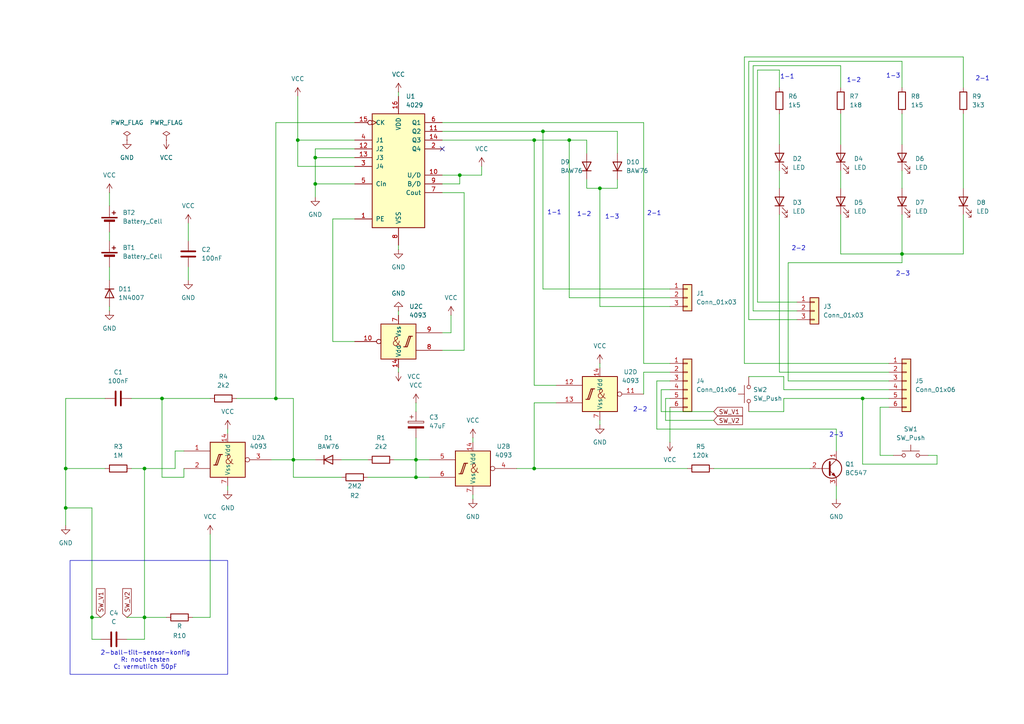
<source format=kicad_sch>
(kicad_sch (version 20250114) (generator "eeschema") (generator_version "9.0")
  (paper "A4")
  (lib_symbols
    (symbol "4xxx:4029" (pin_names (offset 1.016))
      (property "Reference" "U" (at -7.62 16.51 0))
      (property "Value" "4029" (at -7.62 -19.05 0))
      (symbol "4029_1_0"
        (pin input inverted_clock (at -12.7 12.7 0) (length 5.08) (name "CK") (number "15"))
        (pin input line (at -12.7 7.62 0) (length 5.08) (name "J1") (number "4"))
        (pin input line (at -12.7 5.08 0) (length 5.08) (name "J2") (number "12"))
        (pin input line (at -12.7 2.54 0) (length 5.08) (name "J3") (number "13"))
        (pin input line (at -12.7 0 0) (length 5.08) (name "J4") (number "3"))
        (pin input line (at -12.7 -5.08 0) (length 5.08) (name "Cin") (number "5"))
        (pin input line (at -12.7 -15.24 0) (length 5.08) (name "PE") (number "1"))
        (pin power_in line (at 0 20.32 270) (length 5.08) (name "VDD") (number "16"))
        (pin power_in line (at 0 -22.86 90) (length 5.08) (name "VSS") (number "8"))
        (pin output line (at 12.7 12.7 180) (length 5.08) (name "Q1") (number "6"))
        (pin output line (at 12.7 10.16 180) (length 5.08) (name "Q2") (number "11"))
        (pin output line (at 12.7 7.62 180) (length 5.08) (name "Q3") (number "14"))
        (pin output line (at 12.7 5.08 180) (length 5.08) (name "Q4") (number "2"))
        (pin input line (at 12.7 -2.54 180) (length 5.08) (name "U/D") (number "10"))
        (pin input line (at 12.7 -5.08 180) (length 5.08) (name "B/D") (number "9"))
        (pin output line (at 12.7 -7.62 180) (length 5.08) (name "Cout") (number "7"))
      )
      (symbol "4029_1_1"
        (rectangle (start -7.62 15.24) (end 7.62 -17.78) (stroke (width 0.254)) (fill (type background)))
      )
    )
    (symbol "4xxx_IEEE:4093"
      (property "Reference" "U" (at 3.81 6.35 0))
      (property "Value" "4093" (at 5.08 -6.35 0))
      (symbol "4093_0_0"
        (rectangle (start -5.08 5.08) (end 5.08 -5.08) (stroke (width 0.254)) (fill (type background)))
        (polyline (pts (xy -4.064 -1.524) (xy -3.048 -1.524) (xy -2.032 1.524) (xy -1.524 1.524) (xy -2.54 1.524) (xy -3.556 -1.524) (xy -3.556 -1.524)) (stroke (width 0.254)) (fill (type background)))
        (text "&" (at 0.508 0 0) (effects (font (size 2.54 2.54))))
        (pin power_in line (at 0 7.62 270) (length 2.54) (name "Vdd") (number "14"))
        (pin power_in line (at 0 -7.62 90) (length 2.54) (name "Vss") (number "7"))
      )
      (symbol "4093_1_1"
        (pin input line (at -12.7 2.54 0) (length 7.62) (name "~") (number "1"))
        (pin input line (at -12.7 -2.54 0) (length 7.62) (name "~") (number "2"))
        (pin output inverted (at 12.7 0 180) (length 7.62) (name "~") (number "3"))
      )
      (symbol "4093_2_1"
        (pin input line (at -12.7 2.54 0) (length 7.62) (name "~") (number "5"))
        (pin input line (at -12.7 -2.54 0) (length 7.62) (name "~") (number "6"))
        (pin output inverted (at 12.7 0 180) (length 7.62) (name "~") (number "4"))
      )
      (symbol "4093_3_1"
        (pin input line (at -12.7 2.54 0) (length 7.62) (name "~") (number "8"))
        (pin input line (at -12.7 -2.54 0) (length 7.62) (name "~") (number "9"))
        (pin output inverted (at 12.7 0 180) (length 7.62) (name "~") (number "10"))
      )
      (symbol "4093_4_1"
        (pin input line (at -12.7 2.54 0) (length 7.62) (name "~") (number "12"))
        (pin input line (at -12.7 -2.54 0) (length 7.62) (name "~") (number "13"))
        (pin output inverted (at 12.7 0 180) (length 7.62) (name "~") (number "11"))
      )
    )
    (symbol "Connector_Generic:Conn_01x03" (pin_names (offset 1.016) (hide yes))
      (property "Reference" "J" (at 0 5.08 0))
      (property "Value" "Conn_01x03" (at 0 -5.08 0))
      (symbol "Conn_01x03_1_1"
        (rectangle (start -1.27 3.81) (end 1.27 -3.81) (stroke (width 0.254)) (fill (type background)))
        (rectangle (start -1.27 2.667) (end 0 2.413) (stroke (width 0.1524)))
        (rectangle (start -1.27 0.127) (end 0 -0.127) (stroke (width 0.1524)))
        (rectangle (start -1.27 -2.413) (end 0 -2.667) (stroke (width 0.1524)))
        (pin passive line (at -5.08 2.54 0) (length 3.81) (name "Pin_1") (number "1"))
        (pin passive line (at -5.08 0 0) (length 3.81) (name "Pin_2") (number "2"))
        (pin passive line (at -5.08 -2.54 0) (length 3.81) (name "Pin_3") (number "3"))
      )
    )
    (symbol "Connector_Generic:Conn_01x06" (pin_names (offset 1.016) (hide yes))
      (property "Reference" "J" (at 0 7.62 0))
      (property "Value" "Conn_01x06" (at 0 -10.16 0))
      (symbol "Conn_01x06_1_1"
        (rectangle (start -1.27 6.35) (end 1.27 -8.89) (stroke (width 0.254)) (fill (type background)))
        (rectangle (start -1.27 5.207) (end 0 4.953) (stroke (width 0.1524)))
        (rectangle (start -1.27 2.667) (end 0 2.413) (stroke (width 0.1524)))
        (rectangle (start -1.27 0.127) (end 0 -0.127) (stroke (width 0.1524)))
        (rectangle (start -1.27 -2.413) (end 0 -2.667) (stroke (width 0.1524)))
        (rectangle (start -1.27 -4.953) (end 0 -5.207) (stroke (width 0.1524)))
        (rectangle (start -1.27 -7.493) (end 0 -7.747) (stroke (width 0.1524)))
        (pin passive line (at -5.08 5.08 0) (length 3.81) (name "Pin_1") (number "1"))
        (pin passive line (at -5.08 2.54 0) (length 3.81) (name "Pin_2") (number "2"))
        (pin passive line (at -5.08 0 0) (length 3.81) (name "Pin_3") (number "3"))
        (pin passive line (at -5.08 -2.54 0) (length 3.81) (name "Pin_4") (number "4"))
        (pin passive line (at -5.08 -5.08 0) (length 3.81) (name "Pin_5") (number "5"))
        (pin passive line (at -5.08 -7.62 0) (length 3.81) (name "Pin_6") (number "6"))
      )
    )
    (symbol "Device:Battery_Cell" (pin_numbers (hide yes)) (pin_names (offset 0) (hide yes))
      (property "Reference" "BT" (at 2.54 2.54 0))
      (property "Value" "Battery_Cell" (at 2.54 0 0))
      (symbol "Battery_Cell_0_1"
        (rectangle (start -2.286 1.778) (end 2.286 1.524) (fill (type outline)))
        (rectangle (start -1.524 1.016) (end 1.524 0.508) (fill (type outline)))
        (polyline (pts (xy 0 1.778) (xy 0 2.54)))
        (polyline (pts (xy 0 0.762) (xy 0 0)))
        (polyline (pts (xy 0.762 3.048) (xy 1.778 3.048)) (stroke (width 0.254)))
        (polyline (pts (xy 1.27 3.556) (xy 1.27 2.54)) (stroke (width 0.254)))
      )
      (symbol "Battery_Cell_1_1"
        (pin passive line (at 0 5.08 270) (length 2.54) (name "+") (number "1"))
        (pin passive line (at 0 -2.54 90) (length 2.54) (name "-") (number "2"))
      )
    )
    (symbol "Device:C" (pin_numbers (hide yes)) (pin_names (offset 0.254))
      (property "Reference" "C" (at 0.635 2.54 0))
      (property "Value" "C" (at 0.635 -2.54 0))
      (symbol "C_0_1"
        (polyline (pts (xy -2.032 0.762) (xy 2.032 0.762)) (stroke (width 0.508)))
        (polyline (pts (xy -2.032 -0.762) (xy 2.032 -0.762)) (stroke (width 0.508)))
      )
      (symbol "C_1_1"
        (pin passive line (at 0 3.81 270) (length 2.794) (name "~") (number "1"))
        (pin passive line (at 0 -3.81 90) (length 2.794) (name "~") (number "2"))
      )
    )
    (symbol "Device:C_Polarized" (pin_numbers (hide yes)) (pin_names (offset 0.254))
      (property "Reference" "C" (at 0.635 2.54 0))
      (property "Value" "C_Polarized" (at 0.635 -2.54 0))
      (symbol "C_Polarized_0_1"
        (rectangle (start -2.286 0.508) (end 2.286 1.016))
        (polyline (pts (xy -1.778 2.286) (xy -0.762 2.286)))
        (polyline (pts (xy -1.27 2.794) (xy -1.27 1.778)))
        (rectangle (start 2.286 -0.508) (end -2.286 -1.016) (fill (type outline)))
      )
      (symbol "C_Polarized_1_1"
        (pin passive line (at 0 3.81 270) (length 2.794) (name "~") (number "1"))
        (pin passive line (at 0 -3.81 90) (length 2.794) (name "~") (number "2"))
      )
    )
    (symbol "Device:LED" (pin_numbers (hide yes)) (pin_names (offset 1.016) (hide yes))
      (property "Reference" "D" (at 0 2.54 0))
      (property "Value" "LED" (at 0 -2.54 0))
      (symbol "LED_0_1"
        (polyline (pts (xy -3.048 -0.762) (xy -4.572 -2.286) (xy -3.81 -2.286) (xy -4.572 -2.286) (xy -4.572 -1.524)))
        (polyline (pts (xy -1.778 -0.762) (xy -3.302 -2.286) (xy -2.54 -2.286) (xy -3.302 -2.286) (xy -3.302 -1.524)))
        (polyline (pts (xy -1.27 0) (xy 1.27 0)))
        (polyline (pts (xy -1.27 -1.27) (xy -1.27 1.27)) (stroke (width 0.254)))
        (polyline (pts (xy 1.27 -1.27) (xy 1.27 1.27) (xy -1.27 0) (xy 1.27 -1.27)) (stroke (width 0.254)))
      )
      (symbol "LED_1_1"
        (pin passive line (at -3.81 0 0) (length 2.54) (name "K") (number "1"))
        (pin passive line (at 3.81 0 180) (length 2.54) (name "A") (number "2"))
      )
    )
    (symbol "Device:R" (pin_numbers (hide yes)) (pin_names (offset 0))
      (property "Reference" "R" (at 2.032 0 90))
      (property "Value" "R" (at 0 0 90))
      (symbol "R_0_1"
        (rectangle (start -1.016 -2.54) (end 1.016 2.54) (stroke (width 0.254)))
      )
      (symbol "R_1_1"
        (pin passive line (at 0 3.81 270) (length 1.27) (name "~") (number "1"))
        (pin passive line (at 0 -3.81 90) (length 1.27) (name "~") (number "2"))
      )
    )
    (symbol "Diode:1N4007" (pin_numbers (hide yes)) (pin_names (hide yes))
      (property "Reference" "D" (at 0 2.54 0))
      (property "Value" "1N4007" (at 0 -2.54 0))
      (symbol "1N4007_0_1"
        (polyline (pts (xy -1.27 1.27) (xy -1.27 -1.27)) (stroke (width 0.254)))
        (polyline (pts (xy 1.27 1.27) (xy 1.27 -1.27) (xy -1.27 0) (xy 1.27 1.27)) (stroke (width 0.254)))
        (polyline (pts (xy 1.27 0) (xy -1.27 0)))
      )
      (symbol "1N4007_1_1"
        (pin passive line (at -3.81 0 0) (length 2.54) (name "K") (number "1"))
        (pin passive line (at 3.81 0 180) (length 2.54) (name "A") (number "2"))
      )
    )
    (symbol "Diode:BAW76" (pin_numbers (hide yes)) (pin_names (hide yes))
      (property "Reference" "D" (at 0 2.54 0))
      (property "Value" "BAW76" (at 0 -2.54 0))
      (symbol "BAW76_0_1"
        (polyline (pts (xy -1.27 1.27) (xy -1.27 -1.27)) (stroke (width 0.254)))
        (polyline (pts (xy 1.27 1.27) (xy 1.27 -1.27) (xy -1.27 0) (xy 1.27 1.27)) (stroke (width 0.254)))
        (polyline (pts (xy 1.27 0) (xy -1.27 0)))
      )
      (symbol "BAW76_1_1"
        (pin passive line (at -3.81 0 0) (length 2.54) (name "K") (number "1"))
        (pin passive line (at 3.81 0 180) (length 2.54) (name "A") (number "2"))
      )
    )
    (symbol "Switch:SW_Push" (pin_numbers (hide yes)) (pin_names (offset 1.016) (hide yes))
      (property "Reference" "SW" (at 1.27 2.54 0))
      (property "Value" "SW_Push" (at 0 -1.524 0))
      (symbol "SW_Push_0_1"
        (circle (center -2.032 0) (radius 0.508))
        (polyline (pts (xy 0 1.27) (xy 0 3.048)))
        (circle (center 2.032 0) (radius 0.508))
        (polyline (pts (xy 2.54 1.27) (xy -2.54 1.27)))
        (pin passive line (at -5.08 0 0) (length 2.54) (name "1") (number "1"))
        (pin passive line (at 5.08 0 180) (length 2.54) (name "2") (number "2"))
      )
    )
    (symbol "Transistor_BJT:BC547" (pin_names (offset 0) (hide yes))
      (property "Reference" "Q" (at 5.08 1.905 0))
      (property "Value" "BC547" (at 5.08 0 0))
      (symbol "BC547_0_1"
        (polyline (pts (xy -2.54 0) (xy 0.635 0)))
        (polyline (pts (xy 0.635 1.905) (xy 0.635 -1.905)) (stroke (width 0.508)))
        (circle (center 1.27 0) (radius 2.8194) (stroke (width 0.254)))
      )
      (symbol "BC547_1_1"
        (polyline (pts (xy 0.635 0.635) (xy 2.54 2.54)))
        (polyline (pts (xy 0.635 -0.635) (xy 2.54 -2.54)))
        (polyline (pts (xy 1.27 -1.778) (xy 1.778 -1.27) (xy 2.286 -2.286) (xy 1.27 -1.778)) (fill (type outline)))
        (pin input line (at -5.08 0 0) (length 2.54) (name "B") (number "2"))
        (pin passive line (at 2.54 5.08 270) (length 2.54) (name "C") (number "1"))
        (pin passive line (at 2.54 -5.08 90) (length 2.54) (name "E") (number "3"))
      )
    )
    (symbol "power:GND" (power) (pin_numbers (hide yes)) (pin_names (offset 0) (hide yes))
      (property "Value" "GND" (at 0 -3.81 0))
      (symbol "GND_0_1"
        (polyline (pts (xy 0 0) (xy 0 -1.27) (xy 1.27 -1.27) (xy 0 -2.54) (xy -1.27 -1.27) (xy 0 -1.27)))
      )
      (symbol "GND_1_1"
        (pin power_in line (at 0 0 270) (length 0) (name "~") (number "1"))
      )
    )
    (symbol "power:PWR_FLAG" (power) (pin_numbers (hide yes)) (pin_names (offset 0) (hide yes))
      (property "Value" "PWR_FLAG" (at 0 3.81 0))
      (symbol "PWR_FLAG_0_0"
        (pin power_out line (at 0 0 90) (length 0) (name "~") (number "1"))
      )
      (symbol "PWR_FLAG_0_1"
        (polyline (pts (xy 0 0) (xy 0 1.27) (xy -1.016 1.905) (xy 0 2.54) (xy 1.016 1.905) (xy 0 1.27)))
      )
    )
    (symbol "power:VCC" (power) (pin_numbers (hide yes)) (pin_names (offset 0) (hide yes))
      (property "Value" "VCC" (at 0 3.556 0))
      (symbol "VCC_0_1"
        (polyline (pts (xy -0.762 1.27) (xy 0 2.54)))
        (polyline (pts (xy 0 2.54) (xy 0.762 1.27)))
        (polyline (pts (xy 0 0) (xy 0 2.54)))
      )
      (symbol "VCC_1_1"
        (pin power_in line (at 0 0 90) (length 0) (name "~") (number "1"))
      )
    )
  )
  (rectangle (start 20.32 162.56) (end 66.04 195.58))
  (text "1-1" (at 228.346 22.352 0) (effects (font (size 1.27 1.27))))
  (text "2-1" (at 284.988 22.86 0) (effects (font (size 1.27 1.27))))
  (text "2-2" (at 185.674 118.872 0) (effects (font (size 1.27 1.27))))
  (text "1-3" (at 177.546 62.992 0) (effects (font (size 1.27 1.27))))
  (text "2-ball-tilt-sensor-konfig\nR: noch testen\nC: vermutlich 50pF" (at 42.164 191.516 0) (effects (font (size 1.27 1.27))))
  (text "1-2" (at 169.418 62.23 0) (effects (font (size 1.27 1.27))))
  (text "2-1" (at 189.738 61.976 0) (effects (font (size 1.27 1.27))))
  (text "1-1" (at 160.782 61.722 0) (effects (font (size 1.27 1.27))))
  (text "1-2" (at 247.65 23.368 0) (effects (font (size 1.27 1.27))))
  (text "2-3" (at 261.874 79.502 0) (effects (font (size 1.27 1.27))))
  (text "2-2" (at 231.648 72.136 0) (effects (font (size 1.27 1.27))))
  (text "2-3" (at 242.57 126.238 0) (effects (font (size 1.27 1.27))))
  (text "1-3" (at 259.08 22.098 0) (effects (font (size 1.27 1.27))))
  (junction (at 91.44 45.72))
  (junction (at 46.99 115.57))
  (junction (at 26.67 179.07))
  (junction (at 19.05 147.32))
  (junction (at 91.44 53.34))
  (junction (at 165.1 40.64))
  (junction (at 85.09 133.35))
  (junction (at 41.91 179.07))
  (junction (at 261.62 73.66))
  (junction (at 120.65 133.35))
  (junction (at 154.94 135.89))
  (junction (at 173.99 54.61))
  (junction (at 133.35 50.8))
  (junction (at 120.65 138.43))
  (junction (at 86.36 40.64))
  (junction (at 19.05 135.89))
  (junction (at 154.94 40.64))
  (junction (at 41.91 135.89))
  (junction (at 250.19 115.57))
  (junction (at 80.01 115.57))
  (junction (at 157.48 38.1))
  (no_connect (at 128.27 43.18))
  (wire (pts (xy 128.27 35.56) (xy 186.69 35.56)))
  (wire (pts (xy 26.67 179.07) (xy 26.67 185.42)))
  (wire (pts (xy 219.71 20.32) (xy 219.71 87.63)))
  (wire (pts (xy 194.31 118.11) (xy 194.31 128.27)))
  (wire (pts (xy 279.4 73.66) (xy 261.62 73.66)))
  (wire (pts (xy 134.62 55.88) (xy 134.62 101.6)))
  (wire (pts (xy 26.67 147.32) (xy 26.67 179.07)))
  (wire (pts (xy 271.78 134.62) (xy 271.78 132.08)))
  (wire (pts (xy 120.65 116.84) (xy 120.65 119.38)))
  (wire (pts (xy 219.71 87.63) (xy 231.14 87.63)))
  (wire (pts (xy 50.8 130.81) (xy 53.34 130.81)))
  (wire (pts (xy 243.84 25.4) (xy 243.84 19.05)))
  (wire (pts (xy 68.58 115.57) (xy 80.01 115.57)))
  (wire (pts (xy 279.4 62.23) (xy 279.4 73.66)))
  (wire (pts (xy 173.99 54.61) (xy 173.99 88.9)))
  (wire (pts (xy 173.99 54.61) (xy 179.07 54.61)))
  (wire (pts (xy 41.91 185.42) (xy 41.91 179.07)))
  (wire (pts (xy 29.21 185.42) (xy 26.67 185.42)))
  (wire (pts (xy 243.84 19.05) (xy 218.44 19.05)))
  (wire (pts (xy 154.94 116.84) (xy 154.94 135.89)))
  (wire (pts (xy 165.1 40.64) (xy 170.18 40.64)))
  (wire (pts (xy 91.44 53.34) (xy 91.44 57.15)))
  (wire (pts (xy 194.31 105.41) (xy 186.69 105.41)))
  (wire (pts (xy 242.57 124.46) (xy 190.5 124.46)))
  (wire (pts (xy 120.65 138.43) (xy 124.46 138.43)))
  (wire (pts (xy 19.05 135.89) (xy 30.48 135.89)))
  (wire (pts (xy 193.04 115.57) (xy 194.31 115.57)))
  (wire (pts (xy 26.67 147.32) (xy 19.05 147.32)))
  (wire (pts (xy 128.27 55.88) (xy 134.62 55.88)))
  (wire (pts (xy 227.33 115.57) (xy 250.19 115.57)))
  (wire (pts (xy 133.35 53.34) (xy 133.35 50.8)))
  (wire (pts (xy 226.06 33.02) (xy 226.06 41.91)))
  (wire (pts (xy 96.52 99.06) (xy 96.52 63.5)))
  (wire (pts (xy 96.52 63.5) (xy 102.87 63.5)))
  (wire (pts (xy 179.07 54.61) (xy 179.07 52.07)))
  (wire (pts (xy 227.33 119.38) (xy 217.17 119.38)))
  (wire (pts (xy 78.74 133.35) (xy 85.09 133.35)))
  (wire (pts (xy 261.62 33.02) (xy 261.62 41.91)))
  (wire (pts (xy 80.01 35.56) (xy 102.87 35.56)))
  (wire (pts (xy 261.62 17.78) (xy 217.17 17.78)))
  (wire (pts (xy 207.01 121.92) (xy 193.04 121.92)))
  (wire (pts (xy 91.44 43.18) (xy 102.87 43.18)))
  (wire (pts (xy 242.57 130.81) (xy 242.57 124.46)))
  (wire (pts (xy 38.1 115.57) (xy 46.99 115.57)))
  (wire (pts (xy 46.99 115.57) (xy 46.99 138.43)))
  (wire (pts (xy 154.94 135.89) (xy 199.39 135.89)))
  (wire (pts (xy 228.6 110.49) (xy 257.81 110.49)))
  (wire (pts (xy 36.83 185.42) (xy 41.91 185.42)))
  (wire (pts (xy 279.4 16.51) (xy 215.9 16.51)))
  (wire (pts (xy 31.75 77.47) (xy 31.75 81.28)))
  (wire (pts (xy 170.18 52.07) (xy 170.18 54.61)))
  (wire (pts (xy 55.88 179.07) (xy 60.96 179.07)))
  (wire (pts (xy 279.4 33.02) (xy 279.4 54.61)))
  (wire (pts (xy 19.05 152.4) (xy 19.05 147.32)))
  (wire (pts (xy 139.7 50.8) (xy 139.7 48.26)))
  (wire (pts (xy 157.48 83.82) (xy 194.31 83.82)))
  (wire (pts (xy 91.44 53.34) (xy 102.87 53.34)))
  (wire (pts (xy 115.57 26.67) (xy 115.57 27.94)))
  (wire (pts (xy 226.06 49.53) (xy 226.06 54.61)))
  (wire (pts (xy 261.62 76.2) (xy 228.6 76.2)))
  (wire (pts (xy 102.87 99.06) (xy 96.52 99.06)))
  (wire (pts (xy 128.27 50.8) (xy 133.35 50.8)))
  (wire (pts (xy 227.33 115.57) (xy 227.33 119.38)))
  (wire (pts (xy 31.75 88.9) (xy 31.75 90.17)))
  (wire (pts (xy 215.9 105.41) (xy 257.81 105.41)))
  (wire (pts (xy 218.44 90.17) (xy 231.14 90.17)))
  (wire (pts (xy 137.16 143.51) (xy 137.16 144.78)))
  (wire (pts (xy 41.91 179.07) (xy 36.83 179.07)))
  (wire (pts (xy 157.48 38.1) (xy 157.48 83.82)))
  (wire (pts (xy 257.81 118.11) (xy 255.27 118.11)))
  (wire (pts (xy 120.65 133.35) (xy 124.46 133.35)))
  (wire (pts (xy 19.05 147.32) (xy 19.05 135.89)))
  (wire (pts (xy 215.9 16.51) (xy 215.9 105.41)))
  (wire (pts (xy 191.77 113.03) (xy 194.31 113.03)))
  (wire (pts (xy 133.35 50.8) (xy 139.7 50.8)))
  (wire (pts (xy 149.86 135.89) (xy 154.94 135.89)))
  (wire (pts (xy 255.27 118.11) (xy 255.27 132.08)))
  (wire (pts (xy 120.65 133.35) (xy 120.65 127)))
  (wire (pts (xy 271.78 132.08) (xy 269.24 132.08)))
  (wire (pts (xy 186.69 35.56) (xy 186.69 105.41)))
  (wire (pts (xy 114.3 133.35) (xy 120.65 133.35)))
  (wire (pts (xy 66.04 140.97) (xy 66.04 142.24)))
  (wire (pts (xy 226.06 20.32) (xy 219.71 20.32)))
  (wire (pts (xy 85.09 115.57) (xy 80.01 115.57)))
  (wire (pts (xy 102.87 48.26) (xy 86.36 48.26)))
  (wire (pts (xy 186.69 114.3) (xy 186.69 107.95)))
  (wire (pts (xy 226.06 62.23) (xy 226.06 107.95)))
  (wire (pts (xy 91.44 45.72) (xy 102.87 45.72)))
  (wire (pts (xy 217.17 17.78) (xy 217.17 92.71)))
  (wire (pts (xy 19.05 115.57) (xy 19.05 135.89)))
  (wire (pts (xy 53.34 138.43) (xy 46.99 138.43)))
  (wire (pts (xy 50.8 135.89) (xy 50.8 130.81)))
  (wire (pts (xy 80.01 115.57) (xy 80.01 35.56)))
  (wire (pts (xy 186.69 107.95) (xy 194.31 107.95)))
  (wire (pts (xy 173.99 105.41) (xy 173.99 106.68)))
  (wire (pts (xy 226.06 107.95) (xy 257.81 107.95)))
  (wire (pts (xy 41.91 179.07) (xy 48.26 179.07)))
  (wire (pts (xy 161.29 116.84) (xy 154.94 116.84)))
  (wire (pts (xy 99.06 138.43) (xy 85.09 138.43)))
  (wire (pts (xy 41.91 135.89) (xy 41.91 179.07)))
  (wire (pts (xy 31.75 67.31) (xy 31.75 69.85)))
  (wire (pts (xy 99.06 133.35) (xy 106.68 133.35)))
  (wire (pts (xy 243.84 49.53) (xy 243.84 54.61)))
  (wire (pts (xy 106.68 138.43) (xy 120.65 138.43)))
  (wire (pts (xy 85.09 138.43) (xy 85.09 133.35)))
  (wire (pts (xy 128.27 38.1) (xy 157.48 38.1)))
  (wire (pts (xy 30.48 115.57) (xy 19.05 115.57)))
  (wire (pts (xy 86.36 40.64) (xy 86.36 27.94)))
  (wire (pts (xy 46.99 115.57) (xy 60.96 115.57)))
  (wire (pts (xy 128.27 53.34) (xy 133.35 53.34)))
  (wire (pts (xy 228.6 76.2) (xy 228.6 110.49)))
  (wire (pts (xy 115.57 71.12) (xy 115.57 72.39)))
  (wire (pts (xy 207.01 119.38) (xy 191.77 119.38)))
  (wire (pts (xy 54.61 77.47) (xy 54.61 81.28)))
  (wire (pts (xy 38.1 135.89) (xy 41.91 135.89)))
  (wire (pts (xy 91.44 43.18) (xy 91.44 45.72)))
  (wire (pts (xy 128.27 96.52) (xy 130.81 96.52)))
  (wire (pts (xy 115.57 90.17) (xy 115.57 91.44)))
  (wire (pts (xy 250.19 115.57) (xy 250.19 134.62)))
  (wire (pts (xy 165.1 86.36) (xy 194.31 86.36)))
  (wire (pts (xy 157.48 38.1) (xy 179.07 38.1)))
  (wire (pts (xy 193.04 121.92) (xy 193.04 115.57)))
  (wire (pts (xy 26.67 179.07) (xy 29.21 179.07)))
  (wire (pts (xy 217.17 92.71) (xy 231.14 92.71)))
  (wire (pts (xy 190.5 124.46) (xy 190.5 110.49)))
  (wire (pts (xy 66.04 124.46) (xy 66.04 125.73)))
  (wire (pts (xy 170.18 40.64) (xy 170.18 44.45)))
  (wire (pts (xy 243.84 73.66) (xy 243.84 62.23)))
  (wire (pts (xy 91.44 45.72) (xy 91.44 53.34)))
  (wire (pts (xy 173.99 88.9) (xy 194.31 88.9)))
  (wire (pts (xy 255.27 132.08) (xy 259.08 132.08)))
  (wire (pts (xy 250.19 115.57) (xy 257.81 115.57)))
  (wire (pts (xy 41.91 135.89) (xy 50.8 135.89)))
  (wire (pts (xy 190.5 110.49) (xy 194.31 110.49)))
  (wire (pts (xy 54.61 64.77) (xy 54.61 69.85)))
  (wire (pts (xy 191.77 119.38) (xy 191.77 113.03)))
  (wire (pts (xy 60.96 154.94) (xy 60.96 179.07)))
  (wire (pts (xy 179.07 38.1) (xy 179.07 44.45)))
  (wire (pts (xy 261.62 73.66) (xy 261.62 76.2)))
  (wire (pts (xy 102.87 40.64) (xy 86.36 40.64)))
  (wire (pts (xy 85.09 133.35) (xy 85.09 115.57)))
  (wire (pts (xy 242.57 140.97) (xy 242.57 144.78)))
  (wire (pts (xy 279.4 25.4) (xy 279.4 16.51)))
  (wire (pts (xy 130.81 96.52) (xy 130.81 91.44)))
  (wire (pts (xy 218.44 19.05) (xy 218.44 90.17)))
  (wire (pts (xy 261.62 73.66) (xy 261.62 62.23)))
  (wire (pts (xy 243.84 33.02) (xy 243.84 41.91)))
  (wire (pts (xy 86.36 48.26) (xy 86.36 40.64)))
  (wire (pts (xy 250.19 134.62) (xy 271.78 134.62)))
  (wire (pts (xy 261.62 73.66) (xy 243.84 73.66)))
  (wire (pts (xy 207.01 135.89) (xy 234.95 135.89)))
  (wire (pts (xy 226.06 25.4) (xy 226.06 20.32)))
  (wire (pts (xy 217.17 109.22) (xy 227.33 109.22)))
  (wire (pts (xy 165.1 40.64) (xy 165.1 86.36)))
  (wire (pts (xy 261.62 25.4) (xy 261.62 17.78)))
  (wire (pts (xy 154.94 40.64) (xy 165.1 40.64)))
  (wire (pts (xy 115.57 106.68) (xy 115.57 107.95)))
  (wire (pts (xy 261.62 49.53) (xy 261.62 54.61)))
  (wire (pts (xy 173.99 121.92) (xy 173.99 123.19)))
  (wire (pts (xy 53.34 135.89) (xy 53.34 138.43)))
  (wire (pts (xy 137.16 127) (xy 137.16 128.27)))
  (wire (pts (xy 227.33 113.03) (xy 257.81 113.03)))
  (wire (pts (xy 154.94 111.76) (xy 154.94 40.64)))
  (wire (pts (xy 85.09 133.35) (xy 91.44 133.35)))
  (wire (pts (xy 134.62 101.6) (xy 128.27 101.6)))
  (wire (pts (xy 227.33 109.22) (xy 227.33 113.03)))
  (wire (pts (xy 173.99 54.61) (xy 170.18 54.61)))
  (wire (pts (xy 161.29 111.76) (xy 154.94 111.76)))
  (wire (pts (xy 31.75 55.88) (xy 31.75 59.69)))
  (wire (pts (xy 128.27 40.64) (xy 154.94 40.64)))
  (wire (pts (xy 120.65 138.43) (xy 120.65 133.35)))
  (global_label "SW_V2" (shape input) (at 36.83 179.07 90) (property "Intersheetrefs" "${INTERSHEET_REFS}" (effects (hide yes))))
  (global_label "SW_V1" (shape input) (at 207.01 119.38 0) (property "Intersheetrefs" "${INTERSHEET_REFS}" (effects (hide yes))))
  (global_label "SW_V1" (shape input) (at 29.21 179.07 90) (property "Intersheetrefs" "${INTERSHEET_REFS}" (effects (hide yes))))
  (global_label "SW_V2" (shape input) (at 207.01 121.92 0) (property "Intersheetrefs" "${INTERSHEET_REFS}" (effects (hide yes))))
  (symbol (lib_id "Device:LED") (at 261.62 45.72 90) (unit 1)
    (property "Reference" "D6" (at 265.43 46.0374 90) (effects (justify right)))
    (property "Value" "LED" (at 265.43 48.5774 90) (effects (justify right)))
    (property "Footprint" "LED_THT:LED_D5.0mm" (effects (hide yes)))
    (property "Description" "Light emitting diode" (effects (hide yes)))
    (property "Sim.Pins" "1=K 2=A" (effects (hide yes)))
  )
  (symbol (lib_id "power:VCC") (at 115.57 26.67 0) (unit 1)
    (property "Reference" "#PWR012" (effects (hide yes)))
    (property "Value" "VCC" (at 115.57 21.59 0))
    (property "Description" "Power symbol creates a global label with name \"VCC\"" (effects (hide yes)))
  )
  (symbol (lib_id "power:VCC") (at 130.81 91.44 0) (unit 1)
    (property "Reference" "#PWR014" (effects (hide yes)))
    (property "Value" "VCC" (at 130.81 86.36 0))
    (property "Description" "Power symbol creates a global label with name \"VCC\"" (effects (hide yes)))
  )
  (symbol (lib_id "power:VCC") (at 173.99 105.41 0) (unit 1)
    (property "Reference" "#PWR05" (effects (hide yes)))
    (property "Value" "VCC" (at 173.99 100.33 0))
    (property "Description" "Power symbol creates a global label with name \"VCC\"" (effects (hide yes)))
  )
  (symbol (lib_id "Device:LED") (at 243.84 58.42 90) (unit 1)
    (property "Reference" "D5" (at 247.65 58.7374 90) (effects (justify right)))
    (property "Value" "LED" (at 247.65 61.2774 90) (effects (justify right)))
    (property "Footprint" "LED_THT:LED_D5.0mm" (effects (hide yes)))
    (property "Description" "Light emitting diode" (effects (hide yes)))
    (property "Sim.Pins" "1=K 2=A" (effects (hide yes)))
  )
  (symbol (lib_id "power:VCC") (at 54.61 64.77 0) (unit 1)
    (property "Reference" "#PWR019" (effects (hide yes)))
    (property "Value" "VCC" (at 54.61 59.69 0))
    (property "Description" "Power symbol creates a global label with name \"VCC\"" (effects (hide yes)))
  )
  (symbol (lib_id "power:VCC") (at 194.31 128.27 180) (unit 1)
    (property "Reference" "#PWR025" (effects (hide yes)))
    (property "Value" "VCC" (at 194.31 133.35 0))
    (property "Description" "Power symbol creates a global label with name \"VCC\"" (effects (hide yes)))
  )
  (symbol (lib_id "Transistor_BJT:BC547") (at 240.03 135.89 0) (unit 1)
    (property "Reference" "Q1" (at 245.11 134.6199 0) (effects (justify left)))
    (property "Value" "BC547" (at 245.11 137.1599 0) (effects (justify left)))
    (property "Footprint" "Package_TO_SOT_THT:TO-92_HandSolder" (effects (hide yes)))
    (property "Datasheet" "https://www.onsemi.com/pub/Collateral/BC550-D.pdf" (effects (hide yes)))
    (property "Description" "0.1A Ic, 45V Vce, Small Signal NPN Transistor, TO-92" (effects (hide yes)))
  )
  (symbol (lib_id "Device:R") (at 102.87 138.43 90) (unit 1)
    (property "Reference" "R2" (at 102.87 143.764 90))
    (property "Value" "2M2" (at 102.87 140.97 90))
    (property "Footprint" "blinkyparts:R_Axial_DIN0207_L6.3mm_D2.5mm_P7.62mm_Horizontal_handsoldering" (effects (hide yes)))
    (property "Description" "Resistor" (effects (hide yes)))
  )
  (symbol (lib_id "Device:R") (at 226.06 29.21 180) (unit 1)
    (property "Reference" "R6" (at 228.6 27.9399 0) (effects (justify right)))
    (property "Value" "1k5" (at 228.6 30.4799 0) (effects (justify right)))
    (property "Footprint" "blinkyparts:R_Axial_DIN0207_L6.3mm_D2.5mm_P7.62mm_Horizontal_handsoldering" (effects (hide yes)))
    (property "Description" "Resistor" (effects (hide yes)))
  )
  (symbol (lib_id "Diode:BAW76") (at 95.25 133.35 0) (unit 1)
    (property "Reference" "D1" (at 95.25 127 0))
    (property "Value" "BAW76" (at 95.25 129.54 0))
    (property "Footprint" "Diode_THT:D_DO-35_SOD27_P7.62mm_Horizontal" (effects (hide yes)))
    (property "Datasheet" "http://www.vishay.com/docs/85551/baw76.pdf" (effects (hide yes)))
    (property "Description" "50V 0.3A Small Signal Fast Switching Diode, DO-35" (effects (hide yes)))
    (property "Sim.Device" "D" (effects (hide yes)))
    (property "Sim.Pins" "1=K 2=A" (effects (hide yes)))
  )
  (symbol (lib_id "power:VCC") (at 139.7 48.26 0) (unit 1)
    (property "Reference" "#PWR016" (effects (hide yes)))
    (property "Value" "VCC" (at 139.7 43.18 0))
    (property "Description" "Power symbol creates a global label with name \"VCC\"" (effects (hide yes)))
  )
  (symbol (lib_id "Device:Battery_Cell") (at 31.75 74.93 0) (unit 1)
    (property "Reference" "BT1" (at 35.56 71.8184 0) (effects (justify left)))
    (property "Value" "Battery_Cell" (at 35.56 74.3584 0) (effects (justify left)))
    (property "Footprint" "blinkyparts:BatteryHolder_CR2032_schwarz" (effects (hide yes)))
    (property "Description" "Single-cell battery" (effects (hide yes)))
  )
  (symbol (lib_id "Device:C") (at 33.02 185.42 90) (unit 1)
    (property "Reference" "C4" (at 33.02 177.8 90))
    (property "Value" "C" (at 33.02 180.34 90))
    (property "Footprint" "blinkyparts:C_Disc_D5.0mm_W2.5mm_P5.00mm_handsoldering" (effects (hide yes)))
    (property "Description" "Unpolarized capacitor" (effects (hide yes)))
  )
  (symbol (lib_id "power:VCC") (at 86.36 27.94 0) (unit 1)
    (property "Reference" "#PWR015" (effects (hide yes)))
    (property "Value" "VCC" (at 86.36 22.86 0))
    (property "Description" "Power symbol creates a global label with name \"VCC\"" (effects (hide yes)))
  )
  (symbol (lib_id "power:VCC") (at 137.16 127 0) (unit 1)
    (property "Reference" "#PWR04" (effects (hide yes)))
    (property "Value" "VCC" (at 137.16 121.92 0))
    (property "Description" "Power symbol creates a global label with name \"VCC\"" (effects (hide yes)))
  )
  (symbol (lib_id "Device:Battery_Cell") (at 31.75 64.77 0) (unit 1)
    (property "Reference" "BT2" (at 35.56 61.6584 0) (effects (justify left)))
    (property "Value" "Battery_Cell" (at 35.56 64.1984 0) (effects (justify left)))
    (property "Footprint" "blinkyparts:BatteryHolder_CR2032_schwarz" (effects (hide yes)))
    (property "Description" "Single-cell battery" (effects (hide yes)))
  )
  (symbol (lib_id "Device:R") (at 279.4 29.21 180) (unit 1)
    (property "Reference" "R9" (at 281.94 27.9399 0) (effects (justify right)))
    (property "Value" "3k3" (at 281.94 30.4799 0) (effects (justify right)))
    (property "Footprint" "blinkyparts:R_Axial_DIN0207_L6.3mm_D2.5mm_P7.62mm_Horizontal_handsoldering" (effects (hide yes)))
    (property "Description" "Resistor" (effects (hide yes)))
  )
  (symbol (lib_id "power:GND") (at 137.16 144.78 0) (unit 1)
    (property "Reference" "#PWR07" (effects (hide yes)))
    (property "Value" "GND" (at 137.16 149.86 0))
    (property "Description" "Power symbol creates a global label with name \"GND\" , ground" (effects (hide yes)))
  )
  (symbol (lib_id "Switch:SW_Push") (at 264.16 132.08 0) (unit 1)
    (property "Reference" "SW1" (at 264.16 124.46 0))
    (property "Value" "SW_Push" (at 264.16 127 0))
    (property "Footprint" "Button_Switch_THT:SW_PUSH_6mm_H5mm" (effects (hide yes)))
    (property "Description" "Push button switch, generic, two pins" (effects (hide yes)))
  )
  (symbol (lib_id "Device:R") (at 34.29 135.89 90) (unit 1)
    (property "Reference" "R3" (at 34.29 129.54 90))
    (property "Value" "1M" (at 34.29 132.08 90))
    (property "Footprint" "blinkyparts:R_Axial_DIN0207_L6.3mm_D2.5mm_P7.62mm_Horizontal_handsoldering" (effects (hide yes)))
    (property "Description" "Resistor" (effects (hide yes)))
  )
  (symbol (lib_id "Device:R") (at 203.2 135.89 90) (unit 1)
    (property "Reference" "R5" (at 203.2 129.54 90))
    (property "Value" "120k" (at 203.2 132.08 90))
    (property "Footprint" "blinkyparts:R_Axial_DIN0207_L6.3mm_D2.5mm_P7.62mm_Horizontal_handsoldering" (effects (hide yes)))
    (property "Description" "Resistor" (effects (hide yes)))
  )
  (symbol (lib_id "Device:R") (at 243.84 29.21 180) (unit 1)
    (property "Reference" "R7" (at 246.38 27.9399 0) (effects (justify right)))
    (property "Value" "1k8" (at 246.38 30.4799 0) (effects (justify right)))
    (property "Footprint" "blinkyparts:R_Axial_DIN0207_L6.3mm_D2.5mm_P7.62mm_Horizontal_handsoldering" (effects (hide yes)))
    (property "Description" "Resistor" (effects (hide yes)))
  )
  (symbol (lib_id "power:PWR_FLAG") (at 48.26 40.64 0) (unit 1)
    (property "Reference" "#FLG03" (effects (hide yes)))
    (property "Value" "PWR_FLAG" (at 48.26 35.56 0))
    (property "Description" "Special symbol for telling ERC where power comes from" (effects (hide yes)))
  )
  (symbol (lib_id "power:VCC") (at 120.65 116.84 0) (unit 1)
    (property "Reference" "#PWR020" (effects (hide yes)))
    (property "Value" "VCC" (at 120.65 111.76 0))
    (property "Description" "Power symbol creates a global label with name \"VCC\"" (effects (hide yes)))
  )
  (symbol (lib_id "Device:LED") (at 243.84 45.72 90) (unit 1)
    (property "Reference" "D4" (at 247.65 46.0374 90) (effects (justify right)))
    (property "Value" "LED" (at 247.65 48.5774 90) (effects (justify right)))
    (property "Footprint" "LED_THT:LED_D5.0mm" (effects (hide yes)))
    (property "Description" "Light emitting diode" (effects (hide yes)))
    (property "Sim.Pins" "1=K 2=A" (effects (hide yes)))
  )
  (symbol (lib_id "Diode:BAW76") (at 179.07 48.26 90) (unit 1)
    (property "Reference" "D10" (at 181.61 46.9899 90) (effects (justify right)))
    (property "Value" "BAW76" (at 181.61 49.5299 90) (effects (justify right)))
    (property "Footprint" "Diode_THT:D_DO-35_SOD27_P7.62mm_Horizontal" (effects (hide yes)))
    (property "Datasheet" "http://www.vishay.com/docs/85551/baw76.pdf" (effects (hide yes)))
    (property "Description" "50V 0.3A Small Signal Fast Switching Diode, DO-35" (effects (hide yes)))
    (property "Sim.Device" "D" (effects (hide yes)))
    (property "Sim.Pins" "1=K 2=A" (effects (hide yes)))
  )
  (symbol (lib_id "Device:LED") (at 226.06 45.72 90) (unit 1)
    (property "Reference" "D2" (at 229.87 46.0374 90) (effects (justify right)))
    (property "Value" "LED" (at 229.87 48.5774 90) (effects (justify right)))
    (property "Footprint" "LED_THT:LED_D5.0mm" (effects (hide yes)))
    (property "Description" "Light emitting diode" (effects (hide yes)))
    (property "Sim.Pins" "1=K 2=A" (effects (hide yes)))
  )
  (symbol (lib_id "Connector_Generic:Conn_01x03") (at 236.22 90.17 0) (unit 1)
    (property "Reference" "J3" (at 238.76 88.8999 0) (effects (justify left)))
    (property "Value" "Conn_01x03" (at 238.76 91.4399 0) (effects (justify left)))
    (property "Footprint" "Connector_PinHeader_2.54mm:PinHeader_1x03_P2.54mm_Vertical" (effects (hide yes)))
    (property "Description" "Generic connector, single row, 01x03, script generated (kicad-library-utils/schlib/autogen/connector/)" (effects (hide yes)))
  )
  (symbol (lib_id "Device:LED") (at 261.62 58.42 90) (unit 1)
    (property "Reference" "D7" (at 265.43 58.7374 90) (effects (justify right)))
    (property "Value" "LED" (at 265.43 61.2774 90) (effects (justify right)))
    (property "Footprint" "LED_THT:LED_D5.0mm" (effects (hide yes)))
    (property "Description" "Light emitting diode" (effects (hide yes)))
    (property "Sim.Pins" "1=K 2=A" (effects (hide yes)))
  )
  (symbol (lib_id "power:VCC") (at 48.26 40.64 180) (unit 1)
    (property "Reference" "#PWR021" (effects (hide yes)))
    (property "Value" "VCC" (at 48.26 45.72 0))
    (property "Description" "Power symbol creates a global label with name \"VCC\"" (effects (hide yes)))
  )
  (symbol (lib_id "4xxx_IEEE:4093") (at 66.04 133.35 0) (unit 1)
    (property "Reference" "U2" (at 74.93 126.9298 0))
    (property "Value" "4093" (at 74.93 129.4698 0))
    (property "Footprint" "Package_DIP:DIP-14_W7.62mm_LongPads" (effects (hide yes)))
  )
  (symbol (lib_id "power:GND") (at 242.57 144.78 0) (unit 1)
    (property "Reference" "#PWR013" (effects (hide yes)))
    (property "Value" "GND" (at 242.57 149.86 0))
    (property "Description" "Power symbol creates a global label with name \"GND\" , ground" (effects (hide yes)))
  )
  (symbol (lib_id "Device:R") (at 52.07 179.07 90) (unit 1)
    (property "Reference" "R10" (at 52.07 184.404 90))
    (property "Value" "R" (at 52.07 181.61 90))
    (property "Footprint" "blinkyparts:R_Axial_DIN0207_L6.3mm_D2.5mm_P7.62mm_Horizontal_handsoldering" (effects (hide yes)))
    (property "Description" "Resistor" (effects (hide yes)))
  )
  (symbol (lib_id "power:PWR_FLAG") (at 36.83 40.64 0) (unit 1)
    (property "Reference" "#FLG02" (effects (hide yes)))
    (property "Value" "PWR_FLAG" (at 36.83 35.56 0))
    (property "Description" "Special symbol for telling ERC where power comes from" (effects (hide yes)))
  )
  (symbol (lib_id "4xxx:4029") (at 115.57 48.26 0) (unit 1)
    (property "Reference" "U1" (at 117.7133 27.94 0) (effects (justify left)))
    (property "Value" "4029" (at 117.7133 30.48 0) (effects (justify left)))
    (property "Footprint" "Package_DIP:DIP-16_W7.62mm_LongPads" (effects (hide yes)))
    (property "Datasheet" "http://www.intersil.com/content/dam/Intersil/documents/cd40/cd4029bms.pdf" (effects (hide yes)))
    (property "Description" "Up/Down Counter" (effects (hide yes)))
  )
  (symbol (lib_id "4xxx_IEEE:4093") (at 173.99 114.3 0) (unit 4)
    (property "Reference" "U2" (at 182.88 107.8798 0))
    (property "Value" "4093" (at 182.88 110.4198 0))
    (property "Footprint" "Package_DIP:DIP-14_W7.62mm_LongPads" (effects (hide yes)))
  )
  (symbol (lib_id "power:VCC") (at 66.04 124.46 0) (unit 1)
    (property "Reference" "#PWR03" (effects (hide yes)))
    (property "Value" "VCC" (at 66.04 119.38 0))
    (property "Description" "Power symbol creates a global label with name \"VCC\"" (effects (hide yes)))
  )
  (symbol (lib_id "4xxx_IEEE:4093") (at 115.57 99.06 180) (unit 3)
    (property "Reference" "U2" (at 118.6881 88.9 0) (effects (justify right)))
    (property "Value" "4093" (at 118.6881 91.44 0) (effects (justify right)))
    (property "Footprint" "Package_DIP:DIP-14_W7.62mm_LongPads" (effects (hide yes)))
  )
  (symbol (lib_id "power:VCC") (at 60.96 154.94 0) (unit 1)
    (property "Reference" "#PWR02" (effects (hide yes)))
    (property "Value" "VCC" (at 60.96 149.86 0))
    (property "Description" "Power symbol creates a global label with name \"VCC\"" (effects (hide yes)))
  )
  (symbol (lib_id "Switch:SW_Push") (at 217.17 114.3 90) (unit 1)
    (property "Reference" "SW2" (at 218.44 113.0299 90) (effects (justify right)))
    (property "Value" "SW_Push" (at 218.44 115.5699 90) (effects (justify right)))
    (property "Footprint" "LED_THT:LED_D5.0mm" (effects (hide yes)))
    (property "Description" "Push button switch, generic, two pins" (effects (hide yes)))
  )
  (symbol (lib_id "Device:LED") (at 226.06 58.42 90) (unit 1)
    (property "Reference" "D3" (at 229.87 58.7374 90) (effects (justify right)))
    (property "Value" "LED" (at 229.87 61.2774 90) (effects (justify right)))
    (property "Footprint" "LED_THT:LED_D5.0mm" (effects (hide yes)))
    (property "Description" "Light emitting diode" (effects (hide yes)))
    (property "Sim.Pins" "1=K 2=A" (effects (hide yes)))
  )
  (symbol (lib_id "4xxx_IEEE:4093") (at 137.16 135.89 0) (unit 2)
    (property "Reference" "U2" (at 146.05 129.4698 0))
    (property "Value" "4093" (at 146.05 132.0098 0))
    (property "Footprint" "Package_DIP:DIP-14_W7.62mm_LongPads" (effects (hide yes)))
  )
  (symbol (lib_id "Device:R") (at 64.77 115.57 90) (unit 1)
    (property "Reference" "R4" (at 64.77 109.22 90))
    (property "Value" "2k2" (at 64.77 111.76 90))
    (property "Footprint" "blinkyparts:R_Axial_DIN0207_L6.3mm_D2.5mm_P7.62mm_Horizontal_handsoldering" (effects (hide yes)))
    (property "Description" "Resistor" (effects (hide yes)))
  )
  (symbol (lib_id "Diode:1N4007") (at 31.75 85.09 270) (unit 1)
    (property "Reference" "D11" (at 34.29 83.8199 90) (effects (justify left)))
    (property "Value" "1N4007" (at 34.29 86.3599 90) (effects (justify left)))
    (property "Footprint" "Diode_THT:D_DO-41_SOD81_P10.16mm_Horizontal" (effects (hide yes)))
    (property "Datasheet" "http://www.vishay.com/docs/88503/1n4001.pdf" (effects (hide yes)))
    (property "Description" "1000V 1A General Purpose Rectifier Diode, DO-41" (effects (hide yes)))
    (property "Sim.Device" "D" (effects (hide yes)))
    (property "Sim.Pins" "1=K 2=A" (effects (hide yes)))
  )
  (symbol (lib_id "Device:R") (at 261.62 29.21 180) (unit 1)
    (property "Reference" "R8" (at 264.16 27.9399 0) (effects (justify right)))
    (property "Value" "1k5" (at 264.16 30.4799 0) (effects (justify right)))
    (property "Footprint" "blinkyparts:R_Axial_DIN0207_L6.3mm_D2.5mm_P7.62mm_Horizontal_handsoldering" (effects (hide yes)))
    (property "Description" "Resistor" (effects (hide yes)))
  )
  (symbol (lib_id "power:GND") (at 66.04 142.24 0) (unit 1)
    (property "Reference" "#PWR06" (effects (hide yes)))
    (property "Value" "GND" (at 66.04 147.32 0))
    (property "Description" "Power symbol creates a global label with name \"GND\" , ground" (effects (hide yes)))
  )
  (symbol (lib_id "Device:R") (at 110.49 133.35 90) (unit 1)
    (property "Reference" "R1" (at 110.49 127 90))
    (property "Value" "2k2" (at 110.49 129.54 90))
    (property "Footprint" "blinkyparts:R_Axial_DIN0207_L6.3mm_D2.5mm_P7.62mm_Horizontal_handsoldering" (effects (hide yes)))
    (property "Description" "Resistor" (effects (hide yes)))
  )
  (symbol (lib_id "Device:C_Polarized") (at 120.65 123.19 0) (unit 1)
    (property "Reference" "C3" (at 124.46 121.0309 0) (effects (justify left)))
    (property "Value" "47uF" (at 124.46 123.5709 0) (effects (justify left)))
    (property "Footprint" "Capacitor_THT:CP_Radial_D5.0mm_P2.50mm" (effects (hide yes)))
    (property "Description" "Polarized capacitor" (effects (hide yes)))
  )
  (symbol (lib_id "power:GND") (at 36.83 40.64 0) (unit 1)
    (property "Reference" "#PWR022" (effects (hide yes)))
    (property "Value" "GND" (at 36.83 45.72 0))
    (property "Description" "Power symbol creates a global label with name \"GND\" , ground" (effects (hide yes)))
  )
  (symbol (lib_id "power:GND") (at 31.75 90.17 0) (unit 1)
    (property "Reference" "#PWR024" (effects (hide yes)))
    (property "Value" "GND" (at 31.75 95.25 0))
    (property "Description" "Power symbol creates a global label with name \"GND\" , ground" (effects (hide yes)))
  )
  (symbol (lib_id "power:VCC") (at 115.57 107.95 180) (unit 1)
    (property "Reference" "#PWR010" (effects (hide yes)))
    (property "Value" "VCC" (at 118.11 109.2199 0) (effects (justify right)))
    (property "Description" "Power symbol creates a global label with name \"VCC\"" (effects (hide yes)))
  )
  (symbol (lib_id "power:GND") (at 54.61 81.28 0) (unit 1)
    (property "Reference" "#PWR018" (effects (hide yes)))
    (property "Value" "GND" (at 54.61 86.36 0))
    (property "Description" "Power symbol creates a global label with name \"GND\" , ground" (effects (hide yes)))
  )
  (symbol (lib_id "Connector_Generic:Conn_01x06") (at 199.39 110.49 0) (unit 1)
    (property "Reference" "J4" (at 201.93 110.4899 0) (effects (justify left)))
    (property "Value" "Conn_01x06" (at 201.93 113.0299 0) (effects (justify left)))
    (property "Footprint" "Connector_PinHeader_2.54mm:PinHeader_1x06_P2.54mm_Vertical" (effects (hide yes)))
    (property "Description" "Generic connector, single row, 01x06, script generated (kicad-library-utils/schlib/autogen/connector/)" (effects (hide yes)))
  )
  (symbol (lib_id "Device:C") (at 54.61 73.66 180) (unit 1)
    (property "Reference" "C2" (at 58.42 72.3899 0) (effects (justify right)))
    (property "Value" "100nF" (at 58.42 74.9299 0) (effects (justify right)))
    (property "Footprint" "blinkyparts:C_Disc_D5.0mm_W2.5mm_P5.00mm_handsoldering" (effects (hide yes)))
    (property "Description" "Unpolarized capacitor" (effects (hide yes)))
  )
  (symbol (lib_id "Diode:BAW76") (at 170.18 48.26 90) (unit 1)
    (property "Reference" "D9" (at 162.56 46.9899 90) (effects (justify right)))
    (property "Value" "BAW76" (at 162.56 49.5299 90) (effects (justify right)))
    (property "Footprint" "Diode_THT:D_DO-35_SOD27_P7.62mm_Horizontal" (effects (hide yes)))
    (property "Datasheet" "http://www.vishay.com/docs/85551/baw76.pdf" (effects (hide yes)))
    (property "Description" "50V 0.3A Small Signal Fast Switching Diode, DO-35" (effects (hide yes)))
    (property "Sim.Device" "D" (effects (hide yes)))
    (property "Sim.Pins" "1=K 2=A" (effects (hide yes)))
  )
  (symbol (lib_id "power:GND") (at 19.05 152.4 0) (unit 1)
    (property "Reference" "#PWR01" (effects (hide yes)))
    (property "Value" "GND" (at 19.05 157.48 0))
    (property "Description" "Power symbol creates a global label with name \"GND\" , ground" (effects (hide yes)))
  )
  (symbol (lib_id "power:GND") (at 115.57 90.17 180) (unit 1)
    (property "Reference" "#PWR09" (effects (hide yes)))
    (property "Value" "GND" (at 115.57 85.09 0))
    (property "Description" "Power symbol creates a global label with name \"GND\" , ground" (effects (hide yes)))
  )
  (symbol (lib_id "power:GND") (at 173.99 123.19 0) (unit 1)
    (property "Reference" "#PWR08" (effects (hide yes)))
    (property "Value" "GND" (at 173.99 128.27 0))
    (property "Description" "Power symbol creates a global label with name \"GND\" , ground" (effects (hide yes)))
  )
  (symbol (lib_id "Device:C") (at 34.29 115.57 90) (unit 1)
    (property "Reference" "C1" (at 34.29 107.95 90))
    (property "Value" "100nF" (at 34.29 110.49 90))
    (property "Footprint" "blinkyparts:C_Disc_D5.0mm_W2.5mm_P5.00mm_handsoldering" (effects (hide yes)))
    (property "Description" "Unpolarized capacitor" (effects (hide yes)))
  )
  (symbol (lib_id "power:GND") (at 115.57 72.39 0) (unit 1)
    (property "Reference" "#PWR011" (effects (hide yes)))
    (property "Value" "GND" (at 115.57 77.47 0))
    (property "Description" "Power symbol creates a global label with name \"GND\" , ground" (effects (hide yes)))
  )
  (symbol (lib_id "Device:LED") (at 279.4 58.42 90) (unit 1)
    (property "Reference" "D8" (at 283.21 58.7374 90) (effects (justify right)))
    (property "Value" "LED" (at 283.21 61.2774 90) (effects (justify right)))
    (property "Footprint" "LED_THT:LED_D5.0mm" (effects (hide yes)))
    (property "Description" "Light emitting diode" (effects (hide yes)))
    (property "Sim.Pins" "1=K 2=A" (effects (hide yes)))
  )
  (symbol (lib_id "power:GND") (at 91.44 57.15 0) (unit 1)
    (property "Reference" "#PWR017" (effects (hide yes)))
    (property "Value" "GND" (at 91.44 62.23 0))
    (property "Description" "Power symbol creates a global label with name \"GND\" , ground" (effects (hide yes)))
  )
  (symbol (lib_id "Connector_Generic:Conn_01x06") (at 262.89 110.49 0) (unit 1)
    (property "Reference" "J5" (at 265.43 110.4899 0) (effects (justify left)))
    (property "Value" "Conn_01x06" (at 265.43 113.0299 0) (effects (justify left)))
    (property "Footprint" "Connector_PinHeader_2.54mm:PinHeader_1x06_P2.54mm_Vertical" (effects (hide yes)))
    (property "Description" "Generic connector, single row, 01x06, script generated (kicad-library-utils/schlib/autogen/connector/)" (effects (hide yes)))
  )
  (symbol (lib_id "power:VCC") (at 31.75 55.88 0) (unit 1)
    (property "Reference" "#PWR023" (effects (hide yes)))
    (property "Value" "VCC" (at 31.75 50.8 0))
    (property "Description" "Power symbol creates a global label with name \"VCC\"" (effects (hide yes)))
  )
  (symbol (lib_id "Connector_Generic:Conn_01x03") (at 199.39 86.36 0) (unit 1)
    (property "Reference" "J1" (at 201.93 85.0899 0) (effects (justify left)))
    (property "Value" "Conn_01x03" (at 201.93 87.6299 0) (effects (justify left)))
    (property "Footprint" "Connector_PinHeader_2.54mm:PinHeader_1x03_P2.54mm_Vertical" (effects (hide yes)))
    (property "Description" "Generic connector, single row, 01x03, script generated (kicad-library-utils/schlib/autogen/connector/)" (effects (hide yes)))
  )
)
</source>
